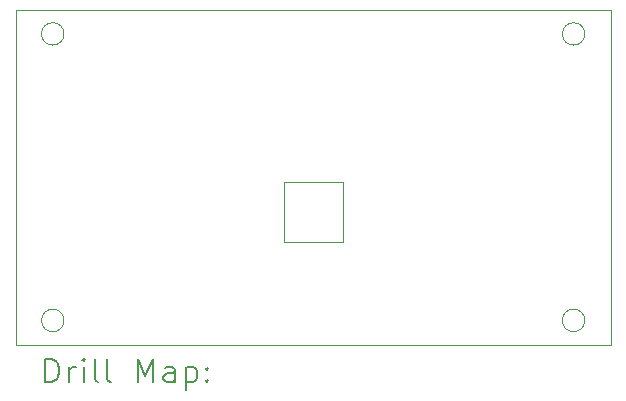
<source format=gbr>
%TF.GenerationSoftware,KiCad,Pcbnew,(6.0.9)*%
%TF.CreationDate,2023-04-12T13:33:41+10:00*%
%TF.ProjectId,VisorPlate2.0,5669736f-7250-46c6-9174-65322e302e6b,rev?*%
%TF.SameCoordinates,Original*%
%TF.FileFunction,Drillmap*%
%TF.FilePolarity,Positive*%
%FSLAX45Y45*%
G04 Gerber Fmt 4.5, Leading zero omitted, Abs format (unit mm)*
G04 Created by KiCad (PCBNEW (6.0.9)) date 2023-04-12 13:33:41*
%MOMM*%
%LPD*%
G01*
G04 APERTURE LIST*
%ADD10C,0.100000*%
%ADD11C,0.200000*%
G04 APERTURE END LIST*
D10*
X15295000Y-8216075D02*
G75*
G03*
X15295000Y-8216075I-95000J0D01*
G01*
X15295000Y-5790000D02*
G75*
G03*
X15295000Y-5790000I-95000J0D01*
G01*
X10475000Y-5585000D02*
X10475000Y-8425000D01*
X15515000Y-5585000D02*
X10475000Y-5585000D01*
X15515000Y-8425000D02*
X15515000Y-5585000D01*
X10475000Y-8425000D02*
X15515000Y-8425000D01*
X10885000Y-8216075D02*
G75*
G03*
X10885000Y-8216075I-95000J0D01*
G01*
X10885000Y-5790000D02*
G75*
G03*
X10885000Y-5790000I-95000J0D01*
G01*
X13245000Y-7048008D02*
X13245000Y-7548008D01*
X12745000Y-7048008D02*
X13245000Y-7048008D01*
X12745000Y-7548008D02*
X12745000Y-7048008D01*
X13245000Y-7548008D02*
X12745000Y-7548008D01*
D11*
X10727619Y-8740476D02*
X10727619Y-8540476D01*
X10775238Y-8540476D01*
X10803810Y-8550000D01*
X10822857Y-8569048D01*
X10832381Y-8588095D01*
X10841905Y-8626190D01*
X10841905Y-8654762D01*
X10832381Y-8692857D01*
X10822857Y-8711905D01*
X10803810Y-8730952D01*
X10775238Y-8740476D01*
X10727619Y-8740476D01*
X10927619Y-8740476D02*
X10927619Y-8607143D01*
X10927619Y-8645238D02*
X10937143Y-8626190D01*
X10946667Y-8616667D01*
X10965714Y-8607143D01*
X10984762Y-8607143D01*
X11051429Y-8740476D02*
X11051429Y-8607143D01*
X11051429Y-8540476D02*
X11041905Y-8550000D01*
X11051429Y-8559524D01*
X11060952Y-8550000D01*
X11051429Y-8540476D01*
X11051429Y-8559524D01*
X11175238Y-8740476D02*
X11156190Y-8730952D01*
X11146667Y-8711905D01*
X11146667Y-8540476D01*
X11280000Y-8740476D02*
X11260952Y-8730952D01*
X11251428Y-8711905D01*
X11251428Y-8540476D01*
X11508571Y-8740476D02*
X11508571Y-8540476D01*
X11575238Y-8683333D01*
X11641905Y-8540476D01*
X11641905Y-8740476D01*
X11822857Y-8740476D02*
X11822857Y-8635714D01*
X11813333Y-8616667D01*
X11794286Y-8607143D01*
X11756190Y-8607143D01*
X11737143Y-8616667D01*
X11822857Y-8730952D02*
X11803809Y-8740476D01*
X11756190Y-8740476D01*
X11737143Y-8730952D01*
X11727619Y-8711905D01*
X11727619Y-8692857D01*
X11737143Y-8673810D01*
X11756190Y-8664286D01*
X11803809Y-8664286D01*
X11822857Y-8654762D01*
X11918095Y-8607143D02*
X11918095Y-8807143D01*
X11918095Y-8616667D02*
X11937143Y-8607143D01*
X11975238Y-8607143D01*
X11994286Y-8616667D01*
X12003809Y-8626190D01*
X12013333Y-8645238D01*
X12013333Y-8702381D01*
X12003809Y-8721429D01*
X11994286Y-8730952D01*
X11975238Y-8740476D01*
X11937143Y-8740476D01*
X11918095Y-8730952D01*
X12099048Y-8721429D02*
X12108571Y-8730952D01*
X12099048Y-8740476D01*
X12089524Y-8730952D01*
X12099048Y-8721429D01*
X12099048Y-8740476D01*
X12099048Y-8616667D02*
X12108571Y-8626190D01*
X12099048Y-8635714D01*
X12089524Y-8626190D01*
X12099048Y-8616667D01*
X12099048Y-8635714D01*
M02*

</source>
